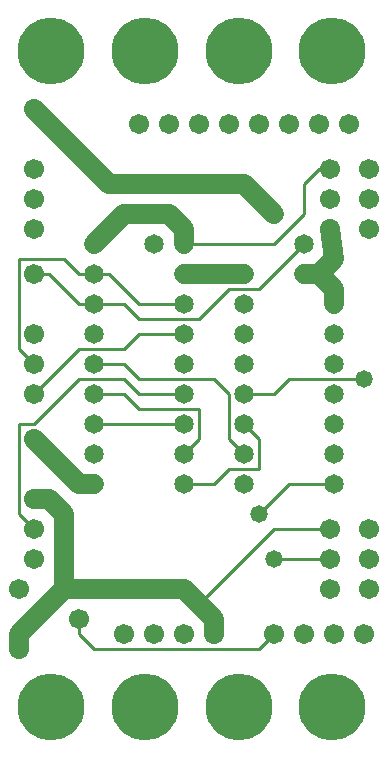
<source format=gbl>
%MOIN*%
%FSLAX25Y25*%
G04 D10 used for Character Trace; *
G04     Circle (OD=.01000) (No hole)*
G04 D11 used for Power Trace; *
G04     Circle (OD=.06700) (No hole)*
G04 D12 used for Signal Trace; *
G04     Circle (OD=.01100) (No hole)*
G04 D13 used for Via; *
G04     Circle (OD=.05800) (Round. Hole ID=.02800)*
G04 D14 used for Component hole; *
G04     Circle (OD=.06500) (Round. Hole ID=.03500)*
G04 D15 used for Component hole; *
G04     Circle (OD=.06700) (Round. Hole ID=.04300)*
G04 D16 used for Component hole; *
G04     Circle (OD=.08100) (Round. Hole ID=.05100)*
G04 D17 used for Component hole; *
G04     Circle (OD=.08900) (Round. Hole ID=.05900)*
G04 D18 used for Component hole; *
G04     Circle (OD=.11300) (Round. Hole ID=.08300)*
G04 D19 used for Component hole; *
G04     Circle (OD=.16000) (Round. Hole ID=.13000)*
G04 D20 used for Component hole; *
G04     Circle (OD=.18300) (Round. Hole ID=.15300)*
G04 D21 used for Component hole; *
G04     Circle (OD=.22291) (Round. Hole ID=.19291)*
%ADD10C,.01000*%
%ADD11C,.06700*%
%ADD12C,.01100*%
%ADD13C,.05800*%
%ADD14C,.06500*%
%ADD15C,.06700*%
%ADD16C,.08100*%
%ADD17C,.08900*%
%ADD18C,.11300*%
%ADD19C,.16000*%
%ADD20C,.18300*%
%ADD21C,.22291*%
%IPPOS*%
%LPD*%
G90*X0Y0D02*D21*X15625Y15625D03*D12*              
X30000Y35000D02*X85000D01*X90000Y40000D01*D15*D03*
X100000D03*D11*X70000D02*Y45000D01*D15*Y40000D03* 
D11*Y45000D02*X65000Y50000D01*X60000Y55000D01*    
X20000D01*X5000Y40000D01*Y35000D01*D15*D03*D11*   
X20000Y55000D02*Y80000D01*X15000Y85000D01*        
X10000D01*D15*D03*D12*Y75000D02*X5000Y80000D01*   
D15*X10000Y75000D03*D12*X5000Y80000D02*Y110000D01*
X10000D01*X25000Y125000D01*X40000D01*             
X45000Y120000D01*X60000D01*D14*D03*D12*           
X65000Y105000D02*Y115000D01*X60000Y100000D02*     
X65000Y105000D01*D14*X60000Y100000D03*D12*        
Y90000D02*X70000D01*D14*X60000D03*D12*X70000D02*  
X75000Y95000D01*X85000D01*Y105000D01*             
X80000Y110000D01*D14*D03*D12*Y100000D02*          
X75000Y105000D01*D14*X80000Y100000D03*D12*        
X75000Y105000D02*Y120000D01*X70000Y125000D01*     
X45000D01*X40000Y130000D01*X30000D01*D14*D03*D12* 
X10000Y120000D02*X25000Y135000D01*D15*            
X10000Y120000D03*Y130000D03*D12*X5000Y135000D01*  
Y165000D01*X20000D01*X25000Y160000D01*X30000D01*  
D14*D03*D12*X35000D01*X45000Y150000D01*X60000D01* 
D14*D03*D12*X45000Y145000D02*X65000D01*X45000D02* 
X40000Y150000D01*X30000D01*D14*D03*D12*X25000D01* 
X15000Y160000D01*X10000D01*D15*D03*Y175000D03*D14*
X30000Y140000D03*D15*X10000D03*D14*               
X30000Y170000D03*D11*X40000Y180000D01*X55000D01*  
X60000Y175000D01*Y170000D01*D14*D03*D12*X90000D01*
X100000Y180000D01*Y190000D01*X105000Y195000D01*   
X108500D01*D15*D03*X121500Y185000D03*Y195000D03*  
X108500Y185000D03*X95000Y210000D03*X115000D03*    
X105000D03*X108500Y175000D03*D11*                 
X110000Y165000D01*X105000Y160000D01*              
X110000Y155000D01*Y150000D01*D14*D03*             
X100000Y160000D03*D11*X105000D01*D14*             
X100000Y170000D03*D12*X85000Y155000D01*X75000D01* 
X65000Y145000D01*D14*X60000Y140000D03*D12*        
X45000D01*X40000Y135000D01*X25000D01*             
X45000Y115000D02*X40000Y120000D01*                
X45000Y115000D02*X65000D01*D14*X60000Y110000D03*  
D12*X30000D01*D14*D03*D12*Y120000D02*X40000D01*   
D14*X30000D03*Y100000D03*D15*X10000Y105000D03*D11*
X25000Y90000D01*X30000D01*D14*D03*D15*            
X10000Y65000D03*X5000Y55000D03*D14*               
X60000Y130000D03*D12*X65000Y50000D02*             
X90000Y75000D01*X108500D01*D15*D03*               
X121500Y65000D03*Y75000D03*X108500Y65000D03*D12*  
X90000D01*D13*D03*X85000Y80000D03*D12*            
X95000Y90000D01*X110000D01*D14*D03*Y100000D03*    
Y110000D03*X80000Y120000D03*D12*X90000D01*        
X95000Y125000D01*X120000D01*D13*D03*D14*          
X110000Y130000D03*Y120000D03*Y140000D03*          
X80000Y160000D03*D11*X60000D01*D14*D03*           
X50000Y170000D03*X80000Y140000D03*Y150000D03*D11* 
X90000Y180000D02*X80000Y190000D01*D13*            
X90000Y180000D03*D11*X35000Y190000D02*X80000D01*  
X35000D02*X10000Y215000D01*D15*D03*D21*           
X15625Y234375D03*D15*X10000Y195000D03*Y185000D03* 
X45000Y210000D03*D21*X46875Y234375D03*D15*        
X55000Y210000D03*X65000D03*X75000D03*D21*         
X78125Y234375D03*D15*X85000Y210000D03*D14*        
X80000Y130000D03*D21*X109375Y234375D03*D15*       
X121500Y175000D03*D14*X80000Y90000D03*D15*        
X108500Y55000D03*X121500D03*X25000Y45000D03*D12*  
Y40000D01*X30000Y35000D01*D15*X40000Y40000D03*    
X50000D03*D21*X46875Y15625D03*D15*X60000Y40000D03*
D21*X78125Y15625D03*X109375D03*D15*               
X110000Y40000D03*X120000D03*M02*                  

</source>
